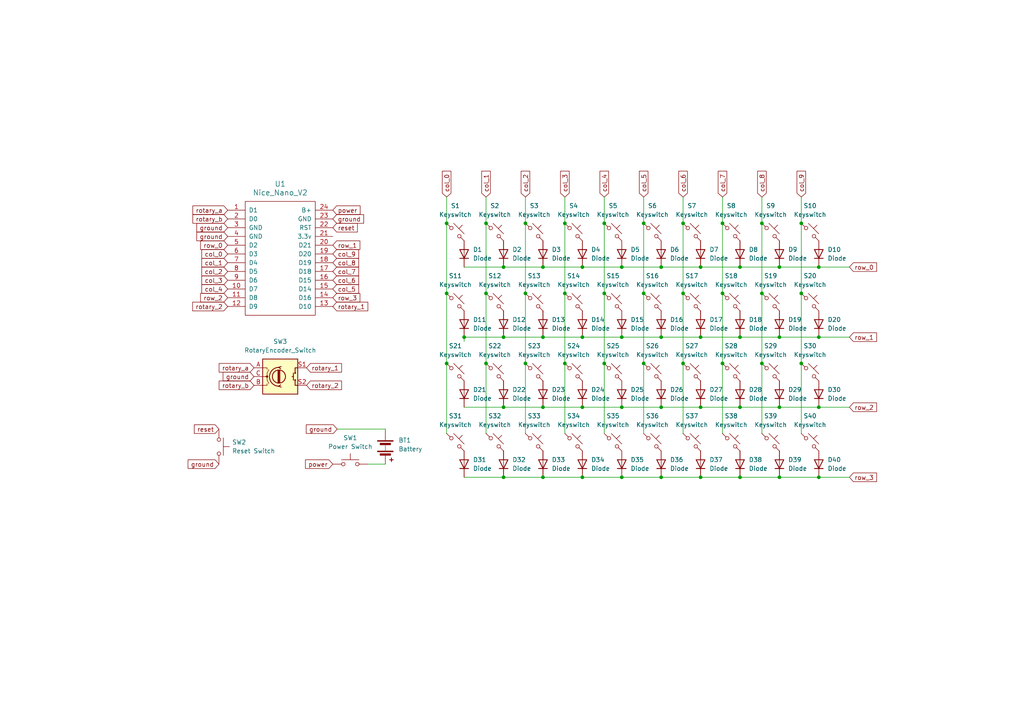
<source format=kicad_sch>
(kicad_sch (version 20230121) (generator eeschema)
  (paper "A4")
  (lib_symbols
    (symbol "Device:Battery" (pin_numbers hide) (pin_names (offset 0) hide)
      (property "Reference" "BT1" (at 3.81 1.8415 0))
      (property "Value" "Battery" (at 3.81 -0.6985 0))
      (symbol "Battery_0_1"
        (rectangle (start -2.286 -1.27) (end 2.286 -1.524) (fill (type outline)))
        (rectangle (start -2.286 1.778) (end 2.286 1.524) (fill (type outline)))
        (rectangle (start -1.524 -2.032) (end 1.524 -2.54) (fill (type outline)))
        (rectangle (start -1.524 1.016) (end 1.524 0.508) (fill (type outline)))
        (polyline (pts (xy 0 -1.016) (xy 0 -0.762)))
        (polyline (pts (xy 0 -0.508) (xy 0 -0.254)))
        (polyline (pts (xy 0 0) (xy 0 0.254)))
        (polyline (pts (xy 0 1.778) (xy 0 2.54)))
        (polyline (pts (xy 1.27 -3.81) (xy 2.286 -3.81)) (stroke (width 0.254)))
        (polyline (pts (xy 1.778 -3.302) (xy 1.778 -4.318)) (stroke (width 0.254)))
      )
      (symbol "Battery_1_1"
        (pin passive line (at 0 5.08 270) (length 2.54) (name "+") (number "1"))
        (pin passive line (at 0 -5.08 90) (length 2.54) (name "-") (number "2"))
      )
    )
    (symbol "Device:RotaryEncoder_Switch" (pin_names (offset 0.254) hide)
      (property "Reference" "SW" (at 0 6.604 0))
      (property "Value" "RotaryEncoder_Switch" (at 0 -6.604 0))
      (symbol "RotaryEncoder_Switch_0_1"
        (rectangle (start -5.08 5.08) (end 5.08 -5.08) (stroke (width 0.254)) (fill (type background)))
        (circle (center -3.81 0) (radius 0.254) (fill (type outline)))
        (circle (center -0.381 0) (radius 1.905) (stroke (width 0.254)))
        (arc (start -0.381 2.667) (mid -3.0988 -0.0635) (end -0.381 -2.794) (stroke (width 0.254)))
        (polyline (pts (xy -0.635 -1.778) (xy -0.635 1.778)) (stroke (width 0.254)))
        (polyline (pts (xy -0.381 -1.778) (xy -0.381 1.778)) (stroke (width 0.254)))
        (polyline (pts (xy -0.127 1.778) (xy -0.127 -1.778)) (stroke (width 0.254)))
        (polyline (pts (xy 3.81 0) (xy 3.429 0)) (stroke (width 0.254)))
        (polyline (pts (xy 3.81 1.016) (xy 3.81 -1.016)) (stroke (width 0.254)))
        (polyline (pts (xy -5.08 -2.54) (xy -3.81 -2.54) (xy -3.81 -2.032)))
        (polyline (pts (xy -5.08 2.54) (xy -3.81 2.54) (xy -3.81 2.032)))
        (polyline (pts (xy 0.254 -3.048) (xy -0.508 -2.794) (xy 0.127 -2.413)) (stroke (width 0.254)))
        (polyline (pts (xy 0.254 2.921) (xy -0.508 2.667) (xy 0.127 2.286)) (stroke (width 0.254)))
        (polyline (pts (xy 5.08 -2.54) (xy 4.318 -2.54) (xy 4.318 -1.016)) (stroke (width 0.254)))
        (polyline (pts (xy 5.08 2.54) (xy 4.318 2.54) (xy 4.318 1.016)) (stroke (width 0.254)))
        (polyline (pts (xy -5.08 0) (xy -3.81 0) (xy -3.81 -1.016) (xy -3.302 -2.032)))
        (polyline (pts (xy -4.318 0) (xy -3.81 0) (xy -3.81 1.016) (xy -3.302 2.032)))
        (circle (center 4.318 -1.016) (radius 0.127) (stroke (width 0.254)))
        (circle (center 4.318 1.016) (radius 0.127) (stroke (width 0.254)))
      )
      (symbol "RotaryEncoder_Switch_1_1"
        (pin passive line (at -7.62 2.54 0) (length 2.54) (name "A") (number "A"))
        (pin passive line (at -7.62 -2.54 0) (length 2.54) (name "B") (number "B"))
        (pin passive line (at -7.62 0 0) (length 2.54) (name "C") (number "C"))
        (pin passive line (at 7.62 2.54 180) (length 2.54) (name "S1") (number "S1"))
        (pin passive line (at 7.62 -2.54 180) (length 2.54) (name "S2") (number "S2"))
      )
    )
    (symbol "ScottoKeebs:MCU_Nice_Nano_V2" (pin_names (offset 1.016))
      (property "Reference" "U" (at 0 0 0))
      (property "Value" "Nice_Nano_V2" (at 0 -19.05 0))
      (symbol "MCU_Nice_Nano_V2_0_1"
        (rectangle (start -10.16 16.51) (end 10.16 -16.51))
      )
      (symbol "MCU_Nice_Nano_V2_1_1"
        (pin input line (at -15.24 13.97 0) (length 5.08) (name "D1") (number "1"))
        (pin input line (at -15.24 -8.89 0) (length 5.08) (name "D7") (number "10"))
        (pin input line (at -15.24 -11.43 0) (length 5.08) (name "D8") (number "11"))
        (pin input line (at -15.24 -13.97 0) (length 5.08) (name "D9") (number "12"))
        (pin input line (at 15.24 -13.97 180) (length 5.08) (name "D10") (number "13"))
        (pin input line (at 15.24 -11.43 180) (length 5.08) (name "D16") (number "14"))
        (pin input line (at 15.24 -8.89 180) (length 5.08) (name "D14") (number "15"))
        (pin input line (at 15.24 -6.35 180) (length 5.08) (name "D15") (number "16"))
        (pin input line (at 15.24 -3.81 180) (length 5.08) (name "D18") (number "17"))
        (pin input line (at 15.24 -1.27 180) (length 5.08) (name "D19") (number "18"))
        (pin input line (at 15.24 1.27 180) (length 5.08) (name "D20") (number "19"))
        (pin input line (at -15.24 11.43 0) (length 5.08) (name "D0") (number "2"))
        (pin input line (at 15.24 3.81 180) (length 5.08) (name "D21") (number "20"))
        (pin input line (at 15.24 6.35 180) (length 5.08) (name "3.3v") (number "21"))
        (pin input line (at 15.24 8.89 180) (length 5.08) (name "RST") (number "22"))
        (pin input line (at 15.24 11.43 180) (length 5.08) (name "GND") (number "23"))
        (pin input line (at 15.24 13.97 180) (length 5.08) (name "B+") (number "24"))
        (pin input line (at -15.24 8.89 0) (length 5.08) (name "GND") (number "3"))
        (pin input line (at -15.24 6.35 0) (length 5.08) (name "GND") (number "4"))
        (pin input line (at -15.24 3.81 0) (length 5.08) (name "D2") (number "5"))
        (pin input line (at -15.24 1.27 0) (length 5.08) (name "D3") (number "6"))
        (pin input line (at -15.24 -1.27 0) (length 5.08) (name "D4") (number "7"))
        (pin input line (at -15.24 -3.81 0) (length 5.08) (name "D5") (number "8"))
        (pin input line (at -15.24 -6.35 0) (length 5.08) (name "D6") (number "9"))
      )
    )
    (symbol "ScottoKeebs:Placeholder_Diode" (pin_numbers hide) (pin_names hide)
      (property "Reference" "D" (at 0 2.54 0))
      (property "Value" "Diode" (at 0 -2.54 0))
      (symbol "Placeholder_Diode_0_1"
        (polyline (pts (xy -1.27 1.27) (xy -1.27 -1.27)) (stroke (width 0.254)))
        (polyline (pts (xy 1.27 0) (xy -1.27 0)))
        (polyline (pts (xy 1.27 1.27) (xy 1.27 -1.27) (xy -1.27 0) (xy 1.27 1.27)) (stroke (width 0.254)))
      )
      (symbol "Placeholder_Diode_1_1"
        (pin passive line (at -3.81 0 0) (length 2.54) (name "K") (number "1"))
        (pin passive line (at 3.81 0 180) (length 2.54) (name "A") (number "2"))
      )
    )
    (symbol "ScottoKeebs:Placeholder_Keyswitch" (pin_numbers hide) (pin_names (offset 1.016) hide)
      (property "Reference" "S" (at 3.048 1.016 0))
      (property "Value" "Keyswitch" (at 0 -3.81 0))
      (symbol "Placeholder_Keyswitch_0_1"
        (circle (center -1.1684 1.1684) (radius 0.508))
        (polyline (pts (xy -0.508 2.54) (xy 2.54 -0.508)))
        (polyline (pts (xy 1.016 1.016) (xy 2.032 2.032)))
        (polyline (pts (xy -2.54 2.54) (xy -1.524 1.524) (xy -1.524 1.524)))
        (polyline (pts (xy 1.524 -1.524) (xy 2.54 -2.54) (xy 2.54 -2.54) (xy 2.54 -2.54)))
        (circle (center 1.143 -1.1938) (radius 0.508))
        (pin passive line (at -2.54 2.54 0) (length 0) (name "1") (number "1"))
        (pin passive line (at 2.54 -2.54 180) (length 0) (name "2") (number "2"))
      )
    )
    (symbol "ScottoKeebs:Placeholder_Switch" (pin_numbers hide) (pin_names (offset 1.016) hide)
      (property "Reference" "SW" (at 1.27 2.54 0))
      (property "Value" "Switch" (at 0 -1.524 0))
      (symbol "Placeholder_Switch_0_1"
        (circle (center -2.032 0) (radius 0.508))
        (polyline (pts (xy 0 1.27) (xy 0 3.048)))
        (polyline (pts (xy 2.54 1.27) (xy -2.54 1.27)))
        (circle (center 2.032 0) (radius 0.508))
        (pin passive line (at -5.08 0 0) (length 2.54) (name "1") (number "1"))
        (pin passive line (at 5.08 0 180) (length 2.54) (name "2") (number "2"))
      )
    )
  )
  (junction (at 237.49 118.11))
  (junction (at 203.2 118.11))
  (junction (at 129.54 85.09))
  (junction (at 186.69 85.09))
  (junction (at 152.4 64.77))
  (junction (at 157.48 118.11))
  (junction (at 168.91 138.43))
  (junction (at 214.63 118.11))
  (junction (at 152.4 105.41))
  (junction (at 209.55 105.41))
  (junction (at 152.4 85.09))
  (junction (at 180.34 118.11))
  (junction (at 198.12 105.41))
  (junction (at 232.41 64.77))
  (junction (at 214.63 97.79))
  (junction (at 191.77 97.79))
  (junction (at 237.49 97.79))
  (junction (at 220.98 85.09))
  (junction (at 226.06 97.79))
  (junction (at 203.2 138.43))
  (junction (at 180.34 97.79))
  (junction (at 146.05 97.79))
  (junction (at 146.05 77.47))
  (junction (at 168.91 77.47))
  (junction (at 163.83 105.41))
  (junction (at 237.49 138.43))
  (junction (at 198.12 64.77))
  (junction (at 237.49 77.47))
  (junction (at 186.69 64.77))
  (junction (at 214.63 77.47))
  (junction (at 146.05 138.43))
  (junction (at 191.77 77.47))
  (junction (at 168.91 118.11))
  (junction (at 134.62 97.79))
  (junction (at 191.77 118.11))
  (junction (at 232.41 85.09))
  (junction (at 175.26 85.09))
  (junction (at 226.06 77.47))
  (junction (at 198.12 85.09))
  (junction (at 209.55 85.09))
  (junction (at 129.54 105.41))
  (junction (at 175.26 105.41))
  (junction (at 140.97 85.09))
  (junction (at 209.55 64.77))
  (junction (at 157.48 97.79))
  (junction (at 129.54 64.77))
  (junction (at 232.41 105.41))
  (junction (at 168.91 97.79))
  (junction (at 220.98 105.41))
  (junction (at 220.98 64.77))
  (junction (at 203.2 97.79))
  (junction (at 140.97 64.77))
  (junction (at 163.83 64.77))
  (junction (at 186.69 105.41))
  (junction (at 140.97 105.41))
  (junction (at 157.48 77.47))
  (junction (at 226.06 118.11))
  (junction (at 214.63 138.43))
  (junction (at 180.34 77.47))
  (junction (at 203.2 77.47))
  (junction (at 146.05 118.11))
  (junction (at 191.77 138.43))
  (junction (at 175.26 64.77))
  (junction (at 163.83 85.09))
  (junction (at 157.48 138.43))
  (junction (at 226.06 138.43))
  (junction (at 180.34 138.43))
  (wire (pts (xy 203.2 77.47) (xy 214.63 77.47)))
  (wire (pts (xy 220.98 105.41) (xy 220.98 125.73)))
  (wire (pts (xy 232.41 105.41) (xy 232.41 125.73)))
  (wire (pts (xy 163.83 57.15) (xy 163.83 64.77)))
  (wire (pts (xy 191.77 97.79) (xy 180.34 97.79)))
  (wire (pts (xy 226.06 97.79) (xy 214.63 97.79)))
  (wire (pts (xy 134.62 77.47) (xy 146.05 77.47)))
  (wire (pts (xy 140.97 105.41) (xy 140.97 125.73)))
  (wire (pts (xy 237.49 118.11) (xy 246.38 118.11)))
  (wire (pts (xy 209.55 85.09) (xy 209.55 105.41)))
  (wire (pts (xy 146.05 138.43) (xy 157.48 138.43)))
  (wire (pts (xy 237.49 138.43) (xy 246.38 138.43)))
  (wire (pts (xy 146.05 118.11) (xy 157.48 118.11)))
  (wire (pts (xy 198.12 85.09) (xy 198.12 105.41)))
  (wire (pts (xy 226.06 118.11) (xy 237.49 118.11)))
  (wire (pts (xy 168.91 138.43) (xy 180.34 138.43)))
  (wire (pts (xy 140.97 64.77) (xy 140.97 85.09)))
  (wire (pts (xy 203.2 118.11) (xy 214.63 118.11)))
  (wire (pts (xy 220.98 85.09) (xy 220.98 105.41)))
  (wire (pts (xy 232.41 64.77) (xy 232.41 85.09)))
  (wire (pts (xy 186.69 85.09) (xy 186.69 105.41)))
  (wire (pts (xy 180.34 97.79) (xy 168.91 97.79)))
  (wire (pts (xy 232.41 85.09) (xy 232.41 105.41)))
  (wire (pts (xy 175.26 57.15) (xy 175.26 64.77)))
  (wire (pts (xy 214.63 77.47) (xy 226.06 77.47)))
  (wire (pts (xy 191.77 118.11) (xy 203.2 118.11)))
  (wire (pts (xy 186.69 64.77) (xy 186.69 85.09)))
  (wire (pts (xy 209.55 57.15) (xy 209.55 64.77)))
  (wire (pts (xy 168.91 118.11) (xy 180.34 118.11)))
  (wire (pts (xy 232.41 57.15) (xy 232.41 64.77)))
  (wire (pts (xy 246.38 97.79) (xy 237.49 97.79)))
  (wire (pts (xy 180.34 118.11) (xy 191.77 118.11)))
  (wire (pts (xy 226.06 138.43) (xy 237.49 138.43)))
  (wire (pts (xy 180.34 138.43) (xy 191.77 138.43)))
  (wire (pts (xy 180.34 77.47) (xy 191.77 77.47)))
  (wire (pts (xy 175.26 85.09) (xy 175.26 105.41)))
  (wire (pts (xy 157.48 97.79) (xy 146.05 97.79)))
  (wire (pts (xy 237.49 97.79) (xy 226.06 97.79)))
  (wire (pts (xy 134.62 97.79) (xy 134.62 99.06)))
  (wire (pts (xy 203.2 138.43) (xy 214.63 138.43)))
  (wire (pts (xy 129.54 57.15) (xy 129.54 64.77)))
  (wire (pts (xy 129.54 105.41) (xy 129.54 125.73)))
  (wire (pts (xy 157.48 138.43) (xy 168.91 138.43)))
  (wire (pts (xy 146.05 77.47) (xy 157.48 77.47)))
  (wire (pts (xy 198.12 105.41) (xy 198.12 125.73)))
  (wire (pts (xy 134.62 138.43) (xy 146.05 138.43)))
  (wire (pts (xy 203.2 97.79) (xy 191.77 97.79)))
  (wire (pts (xy 186.69 57.15) (xy 186.69 64.77)))
  (wire (pts (xy 214.63 118.11) (xy 226.06 118.11)))
  (wire (pts (xy 146.05 97.79) (xy 134.62 97.79)))
  (wire (pts (xy 168.91 77.47) (xy 180.34 77.47)))
  (wire (pts (xy 186.69 105.41) (xy 186.69 125.73)))
  (wire (pts (xy 140.97 85.09) (xy 140.97 105.41)))
  (wire (pts (xy 198.12 57.15) (xy 198.12 64.77)))
  (wire (pts (xy 214.63 97.79) (xy 203.2 97.79)))
  (wire (pts (xy 191.77 138.43) (xy 203.2 138.43)))
  (wire (pts (xy 209.55 64.77) (xy 209.55 85.09)))
  (wire (pts (xy 163.83 64.77) (xy 163.83 85.09)))
  (wire (pts (xy 163.83 105.41) (xy 163.83 125.73)))
  (wire (pts (xy 198.12 64.77) (xy 198.12 85.09)))
  (wire (pts (xy 220.98 64.77) (xy 220.98 85.09)))
  (wire (pts (xy 220.98 57.15) (xy 220.98 64.77)))
  (wire (pts (xy 168.91 97.79) (xy 157.48 97.79)))
  (wire (pts (xy 129.54 85.09) (xy 129.54 105.41)))
  (wire (pts (xy 111.76 134.62) (xy 106.68 134.62)))
  (wire (pts (xy 97.79 124.46) (xy 111.76 124.46)))
  (wire (pts (xy 175.26 64.77) (xy 175.26 85.09)))
  (wire (pts (xy 152.4 105.41) (xy 152.4 125.73)))
  (wire (pts (xy 226.06 77.47) (xy 237.49 77.47)))
  (wire (pts (xy 152.4 57.15) (xy 152.4 64.77)))
  (wire (pts (xy 175.26 105.41) (xy 175.26 125.73)))
  (wire (pts (xy 152.4 64.77) (xy 152.4 85.09)))
  (wire (pts (xy 140.97 57.15) (xy 140.97 64.77)))
  (wire (pts (xy 163.83 85.09) (xy 163.83 105.41)))
  (wire (pts (xy 129.54 64.77) (xy 129.54 85.09)))
  (wire (pts (xy 237.49 77.47) (xy 246.38 77.47)))
  (wire (pts (xy 191.77 77.47) (xy 203.2 77.47)))
  (wire (pts (xy 209.55 105.41) (xy 209.55 125.73)))
  (wire (pts (xy 157.48 77.47) (xy 168.91 77.47)))
  (wire (pts (xy 214.63 138.43) (xy 226.06 138.43)))
  (wire (pts (xy 157.48 118.11) (xy 168.91 118.11)))
  (wire (pts (xy 134.62 118.11) (xy 146.05 118.11)))
  (wire (pts (xy 152.4 85.09) (xy 152.4 105.41)))
  (global_label "col_2" (shape input) (at 66.04 78.74 180) (property "Intersheetrefs" "${INTERSHEET_REFS}" (effects hide)))
  (global_label "col_7" (shape input) (at 96.52 78.74 0) (property "Intersheetrefs" "${INTERSHEET_REFS}" (effects hide)))
  (global_label "row_3" (shape input) (at 96.52 86.36 0) (property "Intersheetrefs" "${INTERSHEET_REFS}" (effects hide)))
  (global_label "col_4" (shape input) (at 175.26 57.15 90) (property "Intersheetrefs" "${INTERSHEET_REFS}" (effects hide)))
  (global_label "col_5" (shape input) (at 186.69 57.15 90) (property "Intersheetrefs" "${INTERSHEET_REFS}" (effects hide)))
  (global_label "power" (shape input) (at 96.52 60.96 0) (property "Intersheetrefs" "${INTERSHEET_REFS}" (effects hide)))
  (global_label "ground" (shape input) (at 97.79 124.46 180) (property "Intersheetrefs" "${INTERSHEET_REFS}" (effects hide)))
  (global_label "col_6" (shape input) (at 96.52 81.28 0) (property "Intersheetrefs" "${INTERSHEET_REFS}" (effects hide)))
  (global_label "col_6" (shape input) (at 198.12 57.15 90) (property "Intersheetrefs" "${INTERSHEET_REFS}" (effects hide)))
  (global_label "rotary_a" (shape input) (at 66.04 60.96 180) (property "Intersheetrefs" "${INTERSHEET_REFS}" (effects hide)))
  (global_label "col_3" (shape input) (at 163.83 57.15 90) (property "Intersheetrefs" "${INTERSHEET_REFS}" (effects hide)))
  (global_label "rotary_a" (shape input) (at 73.66 106.68 180) (property "Intersheetrefs" "${INTERSHEET_REFS}" (effects hide)))
  (global_label "ground" (shape input) (at 73.66 109.22 180) (property "Intersheetrefs" "${INTERSHEET_REFS}" (effects hide)))
  (global_label "col_9" (shape input) (at 96.52 73.66 0) (property "Intersheetrefs" "${INTERSHEET_REFS}" (effects hide)))
  (global_label "rotary_2" (shape input) (at 88.9 111.76 0) (property "Intersheetrefs" "${INTERSHEET_REFS}" (effects hide)))
  (global_label "col_9" (shape input) (at 232.41 57.15 90) (property "Intersheetrefs" "${INTERSHEET_REFS}" (effects hide)))
  (global_label "ground" (shape input) (at 63.5 134.62 180) (property "Intersheetrefs" "${INTERSHEET_REFS}" (effects hide)))
  (global_label "row_2" (shape input) (at 246.38 118.11 0) (property "Intersheetrefs" "${INTERSHEET_REFS}" (effects hide)))
  (global_label "rotary_2" (shape input) (at 66.04 88.9 180) (property "Intersheetrefs" "${INTERSHEET_REFS}" (effects hide)))
  (global_label "col_8" (shape input) (at 96.52 76.2 0) (property "Intersheetrefs" "${INTERSHEET_REFS}" (effects hide)))
  (global_label "reset" (shape input) (at 63.5 124.46 180) (property "Intersheetrefs" "${INTERSHEET_REFS}" (effects hide)))
  (global_label "col_7" (shape input) (at 209.55 57.15 90) (property "Intersheetrefs" "${INTERSHEET_REFS}" (effects hide)))
  (global_label "row_0" (shape input) (at 66.04 71.12 180) (property "Intersheetrefs" "${INTERSHEET_REFS}" (effects hide)))
  (global_label "ground" (shape input) (at 96.52 63.5 0) (property "Intersheetrefs" "${INTERSHEET_REFS}" (effects hide)))
  (global_label "row_0" (shape input) (at 246.38 77.47 0) (property "Intersheetrefs" "${INTERSHEET_REFS}" (effects hide)))
  (global_label "rotary_b" (shape input) (at 73.66 111.76 180) (property "Intersheetrefs" "${INTERSHEET_REFS}" (effects hide)))
  (global_label "row_2" (shape input) (at 66.04 86.36 180) (property "Intersheetrefs" "${INTERSHEET_REFS}" (effects hide)))
  (global_label "rotary_1" (shape input) (at 96.52 88.9 0) (property "Intersheetrefs" "${INTERSHEET_REFS}" (effects hide)))
  (global_label "col_5" (shape input) (at 96.52 83.82 0) (property "Intersheetrefs" "${INTERSHEET_REFS}" (effects hide)))
  (global_label "ground" (shape input) (at 66.04 66.04 180) (property "Intersheetrefs" "${INTERSHEET_REFS}" (effects hide)))
  (global_label "col_0" (shape input) (at 129.54 57.15 90) (property "Intersheetrefs" "${INTERSHEET_REFS}" (effects hide)))
  (global_label "row_3" (shape input) (at 246.38 138.43 0) (property "Intersheetrefs" "${INTERSHEET_REFS}" (effects hide)))
  (global_label "col_4" (shape input) (at 66.04 83.82 180) (property "Intersheetrefs" "${INTERSHEET_REFS}" (effects hide)))
  (global_label "row_1" (shape input) (at 246.38 97.79 0) (property "Intersheetrefs" "${INTERSHEET_REFS}" (effects hide)))
  (global_label "power" (shape input) (at 96.52 134.62 180) (property "Intersheetrefs" "${INTERSHEET_REFS}" (effects hide)))
  (global_label "col_2" (shape input) (at 152.4 57.15 90) (property "Intersheetrefs" "${INTERSHEET_REFS}" (effects hide)))
  (global_label "col_0" (shape input) (at 66.04 73.66 180) (property "Intersheetrefs" "${INTERSHEET_REFS}" (effects hide)))
  (global_label "col_3" (shape input) (at 66.04 81.28 180) (property "Intersheetrefs" "${INTERSHEET_REFS}" (effects hide)))
  (global_label "row_1" (shape input) (at 96.52 71.12 0) (property "Intersheetrefs" "${INTERSHEET_REFS}" (effects hide)))
  (global_label "col_8" (shape input) (at 220.98 57.15 90) (property "Intersheetrefs" "${INTERSHEET_REFS}" (effects hide)))
  (global_label "ground" (shape input) (at 66.04 68.58 180) (property "Intersheetrefs" "${INTERSHEET_REFS}" (effects hide)))
  (global_label "reset" (shape input) (at 96.52 66.04 0) (property "Intersheetrefs" "${INTERSHEET_REFS}" (effects hide)))
  (global_label "col_1" (shape input) (at 140.97 57.15 90) (property "Intersheetrefs" "${INTERSHEET_REFS}" (effects hide)))
  (global_label "rotary_b" (shape input) (at 66.04 63.5 180) (property "Intersheetrefs" "${INTERSHEET_REFS}" (effects hide)))
  (global_label "col_1" (shape input) (at 66.04 76.2 180) (property "Intersheetrefs" "${INTERSHEET_REFS}" (effects hide)))
  (global_label "rotary_1" (shape input) (at 88.9 106.68 0) (property "Intersheetrefs" "${INTERSHEET_REFS}" (effects hide)))
  (symbol (lib_id "ScottoKeebs:Placeholder_Diode") (at 157.48 73.66 90) (unit 1)
    (property "Reference" "D3" (at 160.02 72.39 90) (effects (justify right)))
    (property "Value" "Diode" (at 160.02 74.93 90) (effects (justify right)))
    (property "Footprint" "ScottoKeebs_Components:Diode_DO-35" (effects hide))
    (property "Sim.Device" "D" (effects hide))
    (property "Sim.Pins" "1=K 2=A" (effects hide))
  )
  (symbol (lib_id "ScottoKeebs:Placeholder_Keyswitch") (at 132.08 107.95 0) (unit 1)
    (property "Reference" "S21" (at 132.08 100.33 0))
    (property "Value" "Keyswitch" (at 132.08 102.87 0))
    (property "Footprint" "ScottoKeebs_Choc:Choc_Mini_1.00u" (effects hide))
  )
  (symbol (lib_id "ScottoKeebs:Placeholder_Diode") (at 226.06 73.66 90) (unit 1)
    (property "Reference" "D9" (at 228.6 72.39 90) (effects (justify right)))
    (property "Value" "Diode" (at 228.6 74.93 90) (effects (justify right)))
    (property "Footprint" "ScottoKeebs_Components:Diode_DO-35" (effects hide))
    (property "Sim.Device" "D" (effects hide))
    (property "Sim.Pins" "1=K 2=A" (effects hide))
  )
  (symbol (lib_id "ScottoKeebs:Placeholder_Keyswitch") (at 132.08 67.31 0) (unit 1)
    (property "Reference" "S1" (at 132.08 59.69 0))
    (property "Value" "Keyswitch" (at 132.08 62.23 0))
    (property "Footprint" "ScottoKeebs_Choc:Choc_Mini_1.00u" (effects hide))
  )
  (symbol (lib_id "ScottoKeebs:Placeholder_Diode") (at 203.2 134.62 90) (unit 1)
    (property "Reference" "D37" (at 205.74 133.35 90) (effects (justify right)))
    (property "Value" "Diode" (at 205.74 135.89 90) (effects (justify right)))
    (property "Footprint" "ScottoKeebs_Components:Diode_DO-35" (effects hide))
    (property "Sim.Device" "D" (effects hide))
    (property "Sim.Pins" "1=K 2=A" (effects hide))
  )
  (symbol (lib_id "ScottoKeebs:Placeholder_Keyswitch") (at 223.52 67.31 0) (unit 1)
    (property "Reference" "S9" (at 223.52 59.69 0))
    (property "Value" "Keyswitch" (at 223.52 62.23 0))
    (property "Footprint" "ScottoKeebs_Choc:Choc_Mini_1.00u" (effects hide))
  )
  (symbol (lib_id "ScottoKeebs:Placeholder_Diode") (at 226.06 114.3 90) (unit 1)
    (property "Reference" "D29" (at 228.6 113.03 90) (effects (justify right)))
    (property "Value" "Diode" (at 228.6 115.57 90) (effects (justify right)))
    (property "Footprint" "ScottoKeebs_Components:Diode_DO-35" (effects hide))
    (property "Sim.Device" "D" (effects hide))
    (property "Sim.Pins" "1=K 2=A" (effects hide))
  )
  (symbol (lib_id "ScottoKeebs:Placeholder_Keyswitch") (at 212.09 128.27 0) (unit 1)
    (property "Reference" "S38" (at 212.09 120.65 0))
    (property "Value" "Keyswitch" (at 212.09 123.19 0))
    (property "Footprint" "ScottoKeebs_Choc:Choc_Mini_1.00u" (effects hide))
  )
  (symbol (lib_id "ScottoKeebs:Placeholder_Diode") (at 214.63 93.98 90) (unit 1)
    (property "Reference" "D18" (at 217.17 92.71 90) (effects (justify right)))
    (property "Value" "Diode" (at 217.17 95.25 90) (effects (justify right)))
    (property "Footprint" "ScottoKeebs_Components:Diode_DO-35" (effects hide))
    (property "Sim.Device" "D" (effects hide))
    (property "Sim.Pins" "1=K 2=A" (effects hide))
  )
  (symbol (lib_id "ScottoKeebs:Placeholder_Diode") (at 146.05 114.3 90) (unit 1)
    (property "Reference" "D22" (at 148.59 113.03 90) (effects (justify right)))
    (property "Value" "Diode" (at 148.59 115.57 90) (effects (justify right)))
    (property "Footprint" "ScottoKeebs_Components:Diode_DO-35" (effects hide))
    (property "Sim.Device" "D" (effects hide))
    (property "Sim.Pins" "1=K 2=A" (effects hide))
  )
  (symbol (lib_id "ScottoKeebs:Placeholder_Keyswitch") (at 189.23 67.31 0) (unit 1)
    (property "Reference" "S6" (at 189.23 59.69 0))
    (property "Value" "Keyswitch" (at 189.23 62.23 0))
    (property "Footprint" "ScottoKeebs_Choc:Choc_Mini_1.00u" (effects hide))
  )
  (symbol (lib_id "ScottoKeebs:Placeholder_Diode") (at 134.62 73.66 90) (unit 1)
    (property "Reference" "D1" (at 137.16 72.39 90) (effects (justify right)))
    (property "Value" "Diode" (at 137.16 74.93 90) (effects (justify right)))
    (property "Footprint" "ScottoKeebs_Components:Diode_DO-35" (effects hide))
    (property "Sim.Device" "D" (effects hide))
    (property "Sim.Pins" "1=K 2=A" (effects hide))
  )
  (symbol (lib_id "ScottoKeebs:Placeholder_Diode") (at 157.48 134.62 90) (unit 1)
    (property "Reference" "D33" (at 160.02 133.35 90) (effects (justify right)))
    (property "Value" "Diode" (at 160.02 135.89 90) (effects (justify right)))
    (property "Footprint" "ScottoKeebs_Components:Diode_DO-35" (effects hide))
    (property "Sim.Device" "D" (effects hide))
    (property "Sim.Pins" "1=K 2=A" (effects hide))
  )
  (symbol (lib_id "ScottoKeebs:Placeholder_Keyswitch") (at 166.37 87.63 0) (unit 1)
    (property "Reference" "S14" (at 166.37 80.01 0))
    (property "Value" "Keyswitch" (at 166.37 82.55 0))
    (property "Footprint" "ScottoKeebs_Choc:Choc_Mini_1.00u" (effects hide))
  )
  (symbol (lib_id "ScottoKeebs:MCU_Nice_Nano_V2") (at 81.28 74.93 0) (unit 1)
    (property "Reference" "U1" (at 81.28 53.34 0) (effects (font (size 1.524 1.524))))
    (property "Value" "Nice_Nano_V2" (at 81.28 55.88 0) (effects (font (size 1.524 1.524))))
    (property "Footprint" "ScottoKeebs_MCU:Nice_Nano_V2" (effects hide))
  )
  (symbol (lib_id "ScottoKeebs:Placeholder_Keyswitch") (at 177.8 67.31 0) (unit 1)
    (property "Reference" "S5" (at 177.8 59.69 0))
    (property "Value" "Keyswitch" (at 177.8 62.23 0))
    (property "Footprint" "ScottoKeebs_Choc:Choc_Mini_1.00u" (effects hide))
  )
  (symbol (lib_id "ScottoKeebs:Placeholder_Keyswitch") (at 234.95 87.63 0) (unit 1)
    (property "Reference" "S20" (at 234.95 80.01 0))
    (property "Value" "Keyswitch" (at 234.95 82.55 0))
    (property "Footprint" "ScottoKeebs_Choc:Choc_Mini_1.00u" (effects hide))
  )
  (symbol (lib_id "ScottoKeebs:Placeholder_Keyswitch") (at 166.37 67.31 0) (unit 1)
    (property "Reference" "S4" (at 166.37 59.69 0))
    (property "Value" "Keyswitch" (at 166.37 62.23 0))
    (property "Footprint" "ScottoKeebs_Choc:Choc_Mini_1.00u" (effects hide))
  )
  (symbol (lib_id "ScottoKeebs:Placeholder_Diode") (at 214.63 73.66 90) (unit 1)
    (property "Reference" "D8" (at 217.17 72.39 90) (effects (justify right)))
    (property "Value" "Diode" (at 217.17 74.93 90) (effects (justify right)))
    (property "Footprint" "ScottoKeebs_Components:Diode_DO-35" (effects hide))
    (property "Sim.Device" "D" (effects hide))
    (property "Sim.Pins" "1=K 2=A" (effects hide))
  )
  (symbol (lib_id "ScottoKeebs:Placeholder_Keyswitch") (at 200.66 67.31 0) (unit 1)
    (property "Reference" "S7" (at 200.66 59.69 0))
    (property "Value" "Keyswitch" (at 200.66 62.23 0))
    (property "Footprint" "ScottoKeebs_Choc:Choc_Mini_1.00u" (effects hide))
  )
  (symbol (lib_id "Device:RotaryEncoder_Switch") (at 81.28 109.22 0) (unit 1)
    (property "Reference" "SW3" (at 81.28 99.06 0))
    (property "Value" "RotaryEncoder_Switch" (at 81.28 101.6 0))
    (property "Footprint" "Rotary_Encoder:RotaryEncoder_Alps_EC12E-Switch_Vertical_H20mm" (effects hide))
  )
  (symbol (lib_id "ScottoKeebs:Placeholder_Diode") (at 168.91 134.62 90) (unit 1)
    (property "Reference" "D34" (at 171.45 133.35 90) (effects (justify right)))
    (property "Value" "Diode" (at 171.45 135.89 90) (effects (justify right)))
    (property "Footprint" "ScottoKeebs_Components:Diode_DO-35" (effects hide))
    (property "Sim.Device" "D" (effects hide))
    (property "Sim.Pins" "1=K 2=A" (effects hide))
  )
  (symbol (lib_id "ScottoKeebs:Placeholder_Keyswitch") (at 177.8 128.27 0) (unit 1)
    (property "Reference" "S35" (at 177.8 120.65 0))
    (property "Value" "Keyswitch" (at 177.8 123.19 0))
    (property "Footprint" "ScottoKeebs_Choc:Choc_Mini_1.00u" (effects hide))
  )
  (symbol (lib_id "ScottoKeebs:Placeholder_Keyswitch") (at 177.8 107.95 0) (unit 1)
    (property "Reference" "S25" (at 177.8 100.33 0))
    (property "Value" "Keyswitch" (at 177.8 102.87 0))
    (property "Footprint" "ScottoKeebs_Choc:Choc_Mini_1.00u" (effects hide))
  )
  (symbol (lib_id "ScottoKeebs:Placeholder_Diode") (at 168.91 73.66 90) (unit 1)
    (property "Reference" "D4" (at 171.45 72.39 90) (effects (justify right)))
    (property "Value" "Diode" (at 171.45 74.93 90) (effects (justify right)))
    (property "Footprint" "ScottoKeebs_Components:Diode_DO-35" (effects hide))
    (property "Sim.Device" "D" (effects hide))
    (property "Sim.Pins" "1=K 2=A" (effects hide))
  )
  (symbol (lib_id "ScottoKeebs:Placeholder_Diode") (at 237.49 73.66 90) (unit 1)
    (property "Reference" "D10" (at 240.03 72.39 90) (effects (justify right)))
    (property "Value" "Diode" (at 240.03 74.93 90) (effects (justify right)))
    (property "Footprint" "ScottoKeebs_Components:Diode_DO-35" (effects hide))
    (property "Sim.Device" "D" (effects hide))
    (property "Sim.Pins" "1=K 2=A" (effects hide))
  )
  (symbol (lib_id "ScottoKeebs:Placeholder_Diode") (at 191.77 134.62 90) (unit 1)
    (property "Reference" "D36" (at 194.31 133.35 90) (effects (justify right)))
    (property "Value" "Diode" (at 194.31 135.89 90) (effects (justify right)))
    (property "Footprint" "ScottoKeebs_Components:Diode_DO-35" (effects hide))
    (property "Sim.Device" "D" (effects hide))
    (property "Sim.Pins" "1=K 2=A" (effects hide))
  )
  (symbol (lib_id "ScottoKeebs:Placeholder_Diode") (at 180.34 93.98 90) (unit 1)
    (property "Reference" "D15" (at 182.88 92.71 90) (effects (justify right)))
    (property "Value" "Diode" (at 182.88 95.25 90) (effects (justify right)))
    (property "Footprint" "ScottoKeebs_Components:Diode_DO-35" (effects hide))
    (property "Sim.Device" "D" (effects hide))
    (property "Sim.Pins" "1=K 2=A" (effects hide))
  )
  (symbol (lib_id "ScottoKeebs:Placeholder_Keyswitch") (at 200.66 128.27 0) (unit 1)
    (property "Reference" "S37" (at 200.66 120.65 0))
    (property "Value" "Keyswitch" (at 200.66 123.19 0))
    (property "Footprint" "ScottoKeebs_Choc:Choc_Mini_1.00u" (effects hide))
  )
  (symbol (lib_id "ScottoKeebs:Placeholder_Diode") (at 191.77 93.98 90) (unit 1)
    (property "Reference" "D16" (at 194.31 92.71 90) (effects (justify right)))
    (property "Value" "Diode" (at 194.31 95.25 90) (effects (justify right)))
    (property "Footprint" "ScottoKeebs_Components:Diode_DO-35" (effects hide))
    (property "Sim.Device" "D" (effects hide))
    (property "Sim.Pins" "1=K 2=A" (effects hide))
  )
  (symbol (lib_id "ScottoKeebs:Placeholder_Diode") (at 226.06 93.98 90) (unit 1)
    (property "Reference" "D19" (at 228.6 92.71 90) (effects (justify right)))
    (property "Value" "Diode" (at 228.6 95.25 90) (effects (justify right)))
    (property "Footprint" "ScottoKeebs_Components:Diode_DO-35" (effects hide))
    (property "Sim.Device" "D" (effects hide))
    (property "Sim.Pins" "1=K 2=A" (effects hide))
  )
  (symbol (lib_id "ScottoKeebs:Placeholder_Keyswitch") (at 132.08 87.63 0) (unit 1)
    (property "Reference" "S11" (at 132.08 80.01 0))
    (property "Value" "Keyswitch" (at 132.08 82.55 0))
    (property "Footprint" "ScottoKeebs_Choc:Choc_Mini_1.00u" (effects hide))
  )
  (symbol (lib_id "ScottoKeebs:Placeholder_Keyswitch") (at 212.09 107.95 0) (unit 1)
    (property "Reference" "S28" (at 212.09 100.33 0))
    (property "Value" "Keyswitch" (at 212.09 102.87 0))
    (property "Footprint" "ScottoKeebs_Choc:Choc_Mini_1.00u" (effects hide))
  )
  (symbol (lib_id "ScottoKeebs:Placeholder_Diode") (at 180.34 134.62 90) (unit 1)
    (property "Reference" "D35" (at 182.88 133.35 90) (effects (justify right)))
    (property "Value" "Diode" (at 182.88 135.89 90) (effects (justify right)))
    (property "Footprint" "ScottoKeebs_Components:Diode_DO-35" (effects hide))
    (property "Sim.Device" "D" (effects hide))
    (property "Sim.Pins" "1=K 2=A" (effects hide))
  )
  (symbol (lib_id "ScottoKeebs:Placeholder_Keyswitch") (at 143.51 128.27 0) (unit 1)
    (property "Reference" "S32" (at 143.51 120.65 0))
    (property "Value" "Keyswitch" (at 143.51 123.19 0))
    (property "Footprint" "ScottoKeebs_Choc:Choc_Mini_1.00u" (effects hide))
  )
  (symbol (lib_id "ScottoKeebs:Placeholder_Diode") (at 203.2 73.66 90) (unit 1)
    (property "Reference" "D7" (at 205.74 72.39 90) (effects (justify right)))
    (property "Value" "Diode" (at 205.74 74.93 90) (effects (justify right)))
    (property "Footprint" "ScottoKeebs_Components:Diode_DO-35" (effects hide))
    (property "Sim.Device" "D" (effects hide))
    (property "Sim.Pins" "1=K 2=A" (effects hide))
  )
  (symbol (lib_id "ScottoKeebs:Placeholder_Diode") (at 180.34 73.66 90) (unit 1)
    (property "Reference" "D5" (at 182.88 72.39 90) (effects (justify right)))
    (property "Value" "Diode" (at 182.88 74.93 90) (effects (justify right)))
    (property "Footprint" "ScottoKeebs_Components:Diode_DO-35" (effects hide))
    (property "Sim.Device" "D" (effects hide))
    (property "Sim.Pins" "1=K 2=A" (effects hide))
  )
  (symbol (lib_id "ScottoKeebs:Placeholder_Diode") (at 191.77 114.3 90) (unit 1)
    (property "Reference" "D26" (at 194.31 113.03 90) (effects (justify right)))
    (property "Value" "Diode" (at 194.31 115.57 90) (effects (justify right)))
    (property "Footprint" "ScottoKeebs_Components:Diode_DO-35" (effects hide))
    (property "Sim.Device" "D" (effects hide))
    (property "Sim.Pins" "1=K 2=A" (effects hide))
  )
  (symbol (lib_id "ScottoKeebs:Placeholder_Diode") (at 168.91 93.98 90) (unit 1)
    (property "Reference" "D14" (at 171.45 92.71 90) (effects (justify right)))
    (property "Value" "Diode" (at 171.45 95.25 90) (effects (justify right)))
    (property "Footprint" "ScottoKeebs_Components:Diode_DO-35" (effects hide))
    (property "Sim.Device" "D" (effects hide))
    (property "Sim.Pins" "1=K 2=A" (effects hide))
  )
  (symbol (lib_id "ScottoKeebs:Placeholder_Switch") (at 101.6 134.62 0) (unit 1)
    (property "Reference" "SW1" (at 101.6 127 0))
    (property "Value" "Power Switch" (at 101.6 129.54 0))
    (property "Footprint" "Button_Switch_THT:SW_CuK_OS102011MA1QN1_SPDT_Angled" (effects hide))
  )
  (symbol (lib_id "ScottoKeebs:Placeholder_Keyswitch") (at 234.95 107.95 0) (unit 1)
    (property "Reference" "S30" (at 234.95 100.33 0))
    (property "Value" "Keyswitch" (at 234.95 102.87 0))
    (property "Footprint" "ScottoKeebs_Choc:Choc_Mini_1.00u" (effects hide))
  )
  (symbol (lib_id "ScottoKeebs:Placeholder_Diode") (at 226.06 134.62 90) (unit 1)
    (property "Reference" "D39" (at 228.6 133.35 90) (effects (justify right)))
    (property "Value" "Diode" (at 228.6 135.89 90) (effects (justify right)))
    (property "Footprint" "ScottoKeebs_Components:Diode_DO-35" (effects hide))
    (property "Sim.Device" "D" (effects hide))
    (property "Sim.Pins" "1=K 2=A" (effects hide))
  )
  (symbol (lib_id "ScottoKeebs:Placeholder_Keyswitch") (at 177.8 87.63 0) (unit 1)
    (property "Reference" "S15" (at 177.8 80.01 0))
    (property "Value" "Keyswitch" (at 177.8 82.55 0))
    (property "Footprint" "ScottoKeebs_Choc:Choc_Mini_1.00u" (effects hide))
  )
  (symbol (lib_id "ScottoKeebs:Placeholder_Diode") (at 191.77 73.66 90) (unit 1)
    (property "Reference" "D6" (at 194.31 72.39 90) (effects (justify right)))
    (property "Value" "Diode" (at 194.31 74.93 90) (effects (justify right)))
    (property "Footprint" "ScottoKeebs_Components:Diode_DO-35" (effects hide))
    (property "Sim.Device" "D" (effects hide))
    (property "Sim.Pins" "1=K 2=A" (effects hide))
  )
  (symbol (lib_id "ScottoKeebs:Placeholder_Keyswitch") (at 234.95 67.31 0) (unit 1)
    (property "Reference" "S10" (at 234.95 59.69 0))
    (property "Value" "Keyswitch" (at 234.95 62.23 0))
    (property "Footprint" "ScottoKeebs_Choc:Choc_Mini_1.00u" (effects hide))
  )
  (symbol (lib_id "ScottoKeebs:Placeholder_Diode") (at 157.48 114.3 90) (unit 1)
    (property "Reference" "D23" (at 160.02 113.03 90) (effects (justify right)))
    (property "Value" "Diode" (at 160.02 115.57 90) (effects (justify right)))
    (property "Footprint" "ScottoKeebs_Components:Diode_DO-35" (effects hide))
    (property "Sim.Device" "D" (effects hide))
    (property "Sim.Pins" "1=K 2=A" (effects hide))
  )
  (symbol (lib_id "ScottoKeebs:Placeholder_Diode") (at 168.91 114.3 90) (unit 1)
    (property "Reference" "D24" (at 171.45 113.03 90) (effects (justify right)))
    (property "Value" "Diode" (at 171.45 115.57 90) (effects (justify right)))
    (property "Footprint" "ScottoKeebs_Components:Diode_DO-35" (effects hide))
    (property "Sim.Device" "D" (effects hide))
    (property "Sim.Pins" "1=K 2=A" (effects hide))
  )
  (symbol (lib_id "ScottoKeebs:Placeholder_Keyswitch") (at 234.95 128.27 0) (unit 1)
    (property "Reference" "S40" (at 234.95 120.65 0))
    (property "Value" "Keyswitch" (at 234.95 123.19 0))
    (property "Footprint" "ScottoKeebs_Choc:Choc_Mini_1.00u" (effects hide))
  )
  (symbol (lib_id "ScottoKeebs:Placeholder_Diode") (at 203.2 114.3 90) (unit 1)
    (property "Reference" "D27" (at 205.74 113.03 90) (effects (justify right)))
    (property "Value" "Diode" (at 205.74 115.57 90) (effects (justify right)))
    (property "Footprint" "ScottoKeebs_Components:Diode_DO-35" (effects hide))
    (property "Sim.Device" "D" (effects hide))
    (property "Sim.Pins" "1=K 2=A" (effects hide))
  )
  (symbol (lib_id "ScottoKeebs:Placeholder_Keyswitch") (at 154.94 67.31 0) (unit 1)
    (property "Reference" "S3" (at 154.94 59.69 0))
    (property "Value" "Keyswitch" (at 154.94 62.23 0))
    (property "Footprint" "ScottoKeebs_Choc:Choc_Mini_1.00u" (effects hide))
  )
  (symbol (lib_id "Device:Battery") (at 111.76 129.54 0) (unit 1)
    (property "Reference" "BT1" (at 115.57 127.6985 0) (effects (justify left)))
    (property "Value" "Battery" (at 115.57 130.2385 0) (effects (justify left)))
    (property "Footprint" "Connector_JST:JST_PH_S2B-PH-K_1x02_P2.00mm_Horizontal" (effects hide))
  )
  (symbol (lib_id "ScottoKeebs:Placeholder_Keyswitch") (at 212.09 87.63 0) (unit 1)
    (property "Reference" "S18" (at 212.09 80.01 0))
    (property "Value" "Keyswitch" (at 212.09 82.55 0))
    (property "Footprint" "ScottoKeebs_Choc:Choc_Mini_1.00u" (effects hide))
  )
  (symbol (lib_id "ScottoKeebs:Placeholder_Diode") (at 214.63 114.3 90) (unit 1)
    (property "Reference" "D28" (at 217.17 113.03 90) (effects (justify right)))
    (property "Value" "Diode" (at 217.17 115.57 90) (effects (justify right)))
    (property "Footprint" "ScottoKeebs_Components:Diode_DO-35" (effects hide))
    (property "Sim.Device" "D" (effects hide))
    (property "Sim.Pins" "1=K 2=A" (effects hide))
  )
  (symbol (lib_id "ScottoKeebs:Placeholder_Keyswitch") (at 143.51 87.63 0) (unit 1)
    (property "Reference" "S12" (at 143.51 80.01 0))
    (property "Value" "Keyswitch" (at 143.51 82.55 0))
    (property "Footprint" "ScottoKeebs_Choc:Choc_Mini_1.00u" (effects hide))
  )
  (symbol (lib_id "ScottoKeebs:Placeholder_Keyswitch") (at 154.94 87.63 0) (unit 1)
    (property "Reference" "S13" (at 154.94 80.01 0))
    (property "Value" "Keyswitch" (at 154.94 82.55 0))
    (property "Footprint" "ScottoKeebs_Choc:Choc_Mini_1.00u" (effects hide))
  )
  (symbol (lib_id "ScottoKeebs:Placeholder_Diode") (at 237.49 114.3 90) (unit 1)
    (property "Reference" "D30" (at 240.03 113.03 90) (effects (justify right)))
    (property "Value" "Diode" (at 240.03 115.57 90) (effects (justify right)))
    (property "Footprint" "ScottoKeebs_Components:Diode_DO-35" (effects hide))
    (property "Sim.Device" "D" (effects hide))
    (property "Sim.Pins" "1=K 2=A" (effects hide))
  )
  (symbol (lib_id "ScottoKeebs:Placeholder_Diode") (at 134.62 93.98 90) (unit 1)
    (property "Reference" "D11" (at 137.16 92.71 90) (effects (justify right)))
    (property "Value" "Diode" (at 137.16 95.25 90) (effects (justify right)))
    (property "Footprint" "ScottoKeebs_Components:Diode_DO-35" (effects hide))
    (property "Sim.Device" "D" (effects hide))
    (property "Sim.Pins" "1=K 2=A" (effects hide))
  )
  (symbol (lib_id "ScottoKeebs:Placeholder_Diode") (at 180.34 114.3 90) (unit 1)
    (property "Reference" "D25" (at 182.88 113.03 90) (effects (justify right)))
    (property "Value" "Diode" (at 182.88 115.57 90) (effects (justify right)))
    (property "Footprint" "ScottoKeebs_Components:Diode_DO-35" (effects hide))
    (property "Sim.Device" "D" (effects hide))
    (property "Sim.Pins" "1=K 2=A" (effects hide))
  )
  (symbol (lib_id "ScottoKeebs:Placeholder_Keyswitch") (at 200.66 107.95 0) (unit 1)
    (property "Reference" "S27" (at 200.66 100.33 0))
    (property "Value" "Keyswitch" (at 200.66 102.87 0))
    (property "Footprint" "ScottoKeebs_Choc:Choc_Mini_1.00u" (effects hide))
  )
  (symbol (lib_id "ScottoKeebs:Placeholder_Diode") (at 146.05 134.62 90) (unit 1)
    (property "Reference" "D32" (at 148.59 133.35 90) (effects (justify right)))
    (property "Value" "Diode" (at 148.59 135.89 90) (effects (justify right)))
    (property "Footprint" "ScottoKeebs_Components:Diode_DO-35" (effects hide))
    (property "Sim.Device" "D" (effects hide))
    (property "Sim.Pins" "1=K 2=A" (effects hide))
  )
  (symbol (lib_id "ScottoKeebs:Placeholder_Keyswitch") (at 143.51 67.31 0) (unit 1)
    (property "Reference" "S2" (at 143.51 59.69 0))
    (property "Value" "Keyswitch" (at 143.51 62.23 0))
    (property "Footprint" "ScottoKeebs_Choc:Choc_Mini_1.00u" (effects hide))
  )
  (symbol (lib_id "ScottoKeebs:Placeholder_Keyswitch") (at 223.52 128.27 0) (unit 1)
    (property "Reference" "S39" (at 223.52 120.65 0))
    (property "Value" "Keyswitch" (at 223.52 123.19 0))
    (property "Footprint" "ScottoKeebs_Choc:Choc_Mini_1.00u" (effects hide))
  )
  (symbol (lib_id "ScottoKeebs:Placeholder_Diode") (at 157.48 93.98 90) (unit 1)
    (property "Reference" "D13" (at 160.02 92.71 90) (effects (justify right)))
    (property "Value" "Diode" (at 160.02 95.25 90) (effects (justify right)))
    (property "Footprint" "ScottoKeebs_Components:Diode_DO-35" (effects hide))
    (property "Sim.Device" "D" (effects hide))
    (property "Sim.Pins" "1=K 2=A" (effects hide))
  )
  (symbol (lib_id "ScottoKeebs:Placeholder_Keyswitch") (at 166.37 128.27 0) (unit 1)
    (property "Reference" "S34" (at 166.37 120.65 0))
    (property "Value" "Keyswitch" (at 166.37 123.19 0))
    (property "Footprint" "ScottoKeebs_Choc:Choc_Mini_1.00u" (effects hide))
  )
  (symbol (lib_id "ScottoKeebs:Placeholder_Keyswitch") (at 166.37 107.95 0) (unit 1)
    (property "Reference" "S24" (at 166.37 100.33 0))
    (property "Value" "Keyswitch" (at 166.37 102.87 0))
    (property "Footprint" "ScottoKeebs_Choc:Choc_Mini_1.00u" (effects hide))
  )
  (symbol (lib_id "ScottoKeebs:Placeholder_Diode") (at 146.05 93.98 90) (unit 1)
    (property "Reference" "D12" (at 148.59 92.71 90) (effects (justify right)))
    (property "Value" "Diode" (at 148.59 95.25 90) (effects (justify right)))
    (property "Footprint" "ScottoKeebs_Components:Diode_DO-35" (effects hide))
    (property "Sim.Device" "D" (effects hide))
    (property "Sim.Pins" "1=K 2=A" (effects hide))
  )
  (symbol (lib_id "ScottoKeebs:Placeholder_Keyswitch") (at 143.51 107.95 0) (unit 1)
    (property "Reference" "S22" (at 143.51 100.33 0))
    (property "Value" "Keyswitch" (at 143.51 102.87 0))
    (property "Footprint" "ScottoKeebs_Choc:Choc_Mini_1.00u" (effects hide))
  )
  (symbol (lib_id "ScottoKeebs:Placeholder_Keyswitch") (at 189.23 87.63 0) (unit 1)
    (property "Reference" "S16" (at 189.23 80.01 0))
    (property "Value" "Keyswitch" (at 189.23 82.55 0))
    (property "Footprint" "ScottoKeebs_Choc:Choc_Mini_1.00u" (effects hide))
  )
  (symbol (lib_id "ScottoKeebs:Placeholder_Keyswitch") (at 212.09 67.31 0) (unit 1)
    (property "Reference" "S8" (at 212.09 59.69 0))
    (property "Value" "Keyswitch" (at 212.09 62.23 0))
    (property "Footprint" "ScottoKeebs_Choc:Choc_Mini_1.00u" (effects hide))
  )
  (symbol (lib_id "ScottoKeebs:Placeholder_Keyswitch") (at 189.23 107.95 0) (unit 1)
    (property "Reference" "S26" (at 189.23 100.33 0))
    (property "Value" "Keyswitch" (at 189.23 102.87 0))
    (property "Footprint" "ScottoKeebs_Choc:Choc_Mini_1.00u" (effects hide))
  )
  (symbol (lib_id "ScottoKeebs:Placeholder_Keyswitch") (at 200.66 87.63 0) (unit 1)
    (property "Reference" "S17" (at 200.66 80.01 0))
    (property "Value" "Keyswitch" (at 200.66 82.55 0))
    (property "Footprint" "ScottoKeebs_Choc:Choc_Mini_1.00u" (effects hide))
  )
  (symbol (lib_id "ScottoKeebs:Placeholder_Diode") (at 134.62 114.3 90) (unit 1)
    (property "Reference" "D21" (at 137.16 113.03 90) (effects (justify right)))
    (property "Value" "Diode" (at 137.16 115.57 90) (effects (justify right)))
    (property "Footprint" "ScottoKeebs_Components:Diode_DO-35" (effects hide))
    (property "Sim.Device" "D" (effects hide))
    (property "Sim.Pins" "1=K 2=A" (effects hide))
  )
  (symbol (lib_id "ScottoKeebs:Placeholder_Keyswitch") (at 189.23 128.27 0) (unit 1)
    (property "Reference" "S36" (at 189.23 120.65 0))
    (property "Value" "Keyswitch" (at 189.23 123.19 0))
    (property "Footprint" "ScottoKeebs_Choc:Choc_Mini_1.00u" (effects hide))
  )
  (symbol (lib_id "ScottoKeebs:Placeholder_Keyswitch") (at 223.52 107.95 0) (unit 1)
    (property "Reference" "S29" (at 223.52 100.33 0))
    (property "Value" "Keyswitch" (at 223.52 102.87 0))
    (property "Footprint" "ScottoKeebs_Choc:Choc_Mini_1.00u" (effects hide))
  )
  (symbol (lib_id "ScottoKeebs:Placeholder_Keyswitch") (at 154.94 128.27 0) (unit 1)
    (property "Reference" "S33" (at 154.94 120.65 0))
    (property "Value" "Keyswitch" (at 154.94 123.19 0))
    (property "Footprint" "ScottoKeebs_Choc:Choc_Mini_1.00u" (effects hide))
  )
  (symbol (lib_id "ScottoKeebs:Placeholder_Diode") (at 134.62 134.62 90) (unit 1)
    (property "Reference" "D31" (at 137.16 133.35 90) (effects (justify right)))
    (property "Value" "Diode" (at 137.16 135.89 90) (effects (justify right)))
    (property "Footprint" "ScottoKeebs_Components:Diode_DO-35" (effects hide))
    (property "Sim.Device" "D" (effects hide))
    (property "Sim.Pins" "1=K 2=A" (effects hide))
  )
  (symbol (lib_id "ScottoKeebs:Placeholder_Keyswitch") (at 223.52 87.63 0) (unit 1)
    (property "Reference" "S19" (at 223.52 80.01 0))
    (property "Value" "Keyswitch" (at 223.52 82.55 0))
    (property "Footprint" "ScottoKeebs_Choc:Choc_Mini_1.00u" (effects hide))
  )
  (symbol (lib_id "ScottoKeebs:Placeholder_Diode") (at 214.63 134.62 90) (unit 1)
    (property "Reference" "D38" (at 217.17 133.35 90) (effects (justify right)))
    (property "Value" "Diode" (at 217.17 135.89 90) (effects (justify right)))
    (property "Footprint" "ScottoKeebs_Components:Diode_DO-35" (effects hide))
    (property "Sim.Device" "D" (effects hide))
    (property "Sim.Pins" "1=K 2=A" (effects hide))
  )
  (symbol (lib_id "ScottoKeebs:Placeholder_Switch") (at 63.5 129.54 270) (unit 1)
    (property "Reference" "SW2" (at 67.31 128.27 90) (effects (justify left)))
    (property "Value" "Reset Switch" (at 67.31 130.81 90) (effects (justify left)))
    (property "Footprint" "Button_Switch_THT:SW_TH_Tactile_Omron_B3F-10xx" (effects hide))
  )
  (symbol (lib_id "ScottoKeebs:Placeholder_Diode") (at 203.2 93.98 90) (unit 1)
    (property "Reference" "D17" (at 205.74 92.71 90) (effects (justify right)))
    (property "Value" "Diode" (at 205.74 95.25 90) (effects (justify right)))
    (property "Footprint" "ScottoKeebs_Components:Diode_DO-35" (effects hide))
    (property "Sim.Device" "D" (effects hide))
    (property "Sim.Pins" "1=K 2=A" (effects hide))
  )
  (symbol (lib_id "ScottoKeebs:Placeholder_Keyswitch") (at 132.08 128.27 0) (unit 1)
    (property "Reference" "S31" (at 132.08 120.65 0))
    (property "Value" "Keyswitch" (at 132.08 123.19 0))
    (property "Footprint" "ScottoKeebs_Choc:Choc_Mini_1.00u" (effects hide))
  )
  (symbol (lib_id "ScottoKeebs:Placeholder_Diode") (at 146.05 73.66 90) (unit 1)
    (property "Reference" "D2" (at 148.59 72.39 90) (effects (justify right)))
    (property "Value" "Diode" (at 148.59 74.93 90) (effects (justify right)))
    (property "Footprint" "ScottoKeebs_Components:Diode_DO-35" (effects hide))
    (property "Sim.Device" "D" (effects hide))
    (property "Sim.Pins" "1=K 2=A" (effects hide))
  )
  (symbol (lib_id "ScottoKeebs:Placeholder_Diode") (at 237.49 134.62 90) (unit 1)
    (property "Reference" "D40" (at 240.03 133.35 90) (effects (justify right)))
    (property "Value" "Diode" (at 240.03 135.89 90) (effects (justify right)))
    (property "Footprint" "ScottoKeebs_Components:Diode_DO-35" (effects hide))
    (property "Sim.Device" "D" (effects hide))
    (property "Sim.Pins" "1=K 2=A" (effects hide))
  )
  (symbol (lib_id "ScottoKeebs:Placeholder_Keyswitch") (at 154.94 107.95 0) (unit 1)
    (property "Reference" "S23" (at 154.94 100.33 0))
    (property "Value" "Keyswitch" (at 154.94 102.87 0))
    (property "Footprint" "ScottoKeebs_Choc:Choc_Mini_1.00u" (effects hide))
  )
  (symbol (lib_id "ScottoKeebs:Placeholder_Diode") (at 237.49 93.98 90) (unit 1)
    (property "Reference" "D20" (at 240.03 92.71 90) (effects (justify right)))
    (property "Value" "Diode" (at 240.03 95.25 90) (effects (justify right)))
    (property "Footprint" "ScottoKeebs_Components:Diode_DO-35" (effects hide))
    (property "Sim.Device" "D" (effects hide))
    (property "Sim.Pins" "1=K 2=A" (effects hide))
  )
)
</source>
